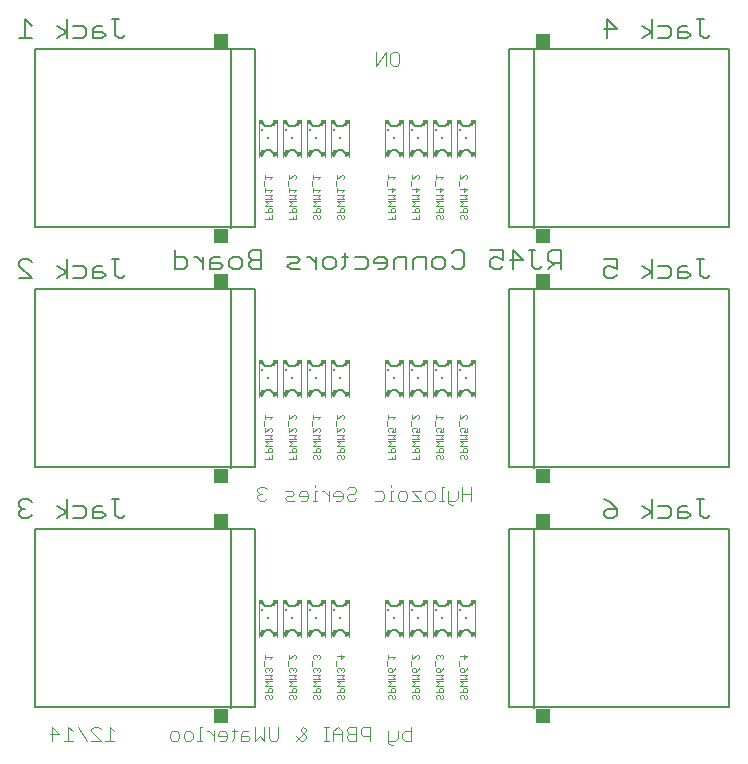
<source format=gbo>
G75*
%MOIN*%
%OFA0B0*%
%FSLAX24Y24*%
%IPPOS*%
%LPD*%
%AMOC8*
5,1,8,0,0,1.08239X$1,22.5*
%
%ADD10C,0.0060*%
%ADD11C,0.0040*%
%ADD12C,0.0020*%
%ADD13C,0.0080*%
%ADD14R,0.0450X0.0502*%
%ADD15R,0.0450X0.0492*%
%ADD16C,0.0050*%
%ADD17C,0.0098*%
%ADD18R,0.0157X0.0177*%
%ADD19R,0.0128X0.0069*%
%ADD20R,0.0079X0.0079*%
D10*
X003454Y008113D02*
X003668Y008113D01*
X003775Y008220D01*
X003561Y008434D02*
X003454Y008434D01*
X003348Y008327D01*
X003348Y008220D01*
X003454Y008113D01*
X003454Y008434D02*
X003348Y008540D01*
X003348Y008647D01*
X003454Y008754D01*
X003668Y008754D01*
X003775Y008647D01*
X004636Y008540D02*
X004956Y008327D01*
X004636Y008113D01*
X004956Y008113D02*
X004956Y008754D01*
X005174Y008540D02*
X005494Y008540D01*
X005601Y008434D01*
X005601Y008220D01*
X005494Y008113D01*
X005174Y008113D01*
X005818Y008113D02*
X006139Y008113D01*
X006245Y008220D01*
X006139Y008327D01*
X005818Y008327D01*
X005818Y008434D02*
X005818Y008113D01*
X005818Y008434D02*
X005925Y008540D01*
X006139Y008540D01*
X006463Y008754D02*
X006676Y008754D01*
X006570Y008754D02*
X006570Y008220D01*
X006676Y008113D01*
X006783Y008113D01*
X006890Y008220D01*
X006783Y016113D02*
X006676Y016113D01*
X006570Y016220D01*
X006570Y016754D01*
X006676Y016754D02*
X006463Y016754D01*
X006139Y016540D02*
X005925Y016540D01*
X005818Y016434D01*
X005818Y016113D01*
X006139Y016113D01*
X006245Y016220D01*
X006139Y016327D01*
X005818Y016327D01*
X005601Y016434D02*
X005601Y016220D01*
X005494Y016113D01*
X005174Y016113D01*
X004956Y016113D02*
X004956Y016754D01*
X005174Y016540D02*
X005494Y016540D01*
X005601Y016434D01*
X004956Y016327D02*
X004636Y016540D01*
X004956Y016327D02*
X004636Y016113D01*
X003775Y016113D02*
X003348Y016540D01*
X003348Y016647D01*
X003454Y016754D01*
X003668Y016754D01*
X003775Y016647D01*
X003775Y016113D02*
X003348Y016113D01*
X006783Y016113D02*
X006890Y016220D01*
X008542Y016413D02*
X008862Y016413D01*
X008969Y016520D01*
X008969Y016734D01*
X008862Y016840D01*
X008542Y016840D01*
X008542Y017054D02*
X008542Y016413D01*
X009186Y016840D02*
X009292Y016840D01*
X009506Y016627D01*
X009506Y016840D02*
X009506Y016413D01*
X009723Y016413D02*
X009723Y016734D01*
X009830Y016840D01*
X010044Y016840D01*
X010044Y016627D02*
X009723Y016627D01*
X009723Y016413D02*
X010044Y016413D01*
X010150Y016520D01*
X010044Y016627D01*
X010368Y016520D02*
X010368Y016734D01*
X010475Y016840D01*
X010688Y016840D01*
X010795Y016734D01*
X010795Y016520D01*
X010688Y016413D01*
X010475Y016413D01*
X010368Y016520D01*
X011012Y016520D02*
X011119Y016413D01*
X011439Y016413D01*
X011439Y017054D01*
X011119Y017054D01*
X011012Y016947D01*
X011012Y016840D01*
X011119Y016734D01*
X011439Y016734D01*
X011119Y016734D02*
X011012Y016627D01*
X011012Y016520D01*
X012302Y016520D02*
X012408Y016627D01*
X012622Y016627D01*
X012729Y016734D01*
X012622Y016840D01*
X012302Y016840D01*
X012302Y016520D02*
X012408Y016413D01*
X012729Y016413D01*
X012945Y016840D02*
X013052Y016840D01*
X013266Y016627D01*
X013266Y016840D02*
X013266Y016413D01*
X013483Y016520D02*
X013483Y016734D01*
X013590Y016840D01*
X013803Y016840D01*
X013910Y016734D01*
X013910Y016520D01*
X013803Y016413D01*
X013590Y016413D01*
X013483Y016520D01*
X014126Y016413D02*
X014233Y016520D01*
X014233Y016947D01*
X014340Y016840D02*
X014126Y016840D01*
X014557Y016840D02*
X014878Y016840D01*
X014985Y016734D01*
X014985Y016520D01*
X014878Y016413D01*
X014557Y016413D01*
X015202Y016627D02*
X015629Y016627D01*
X015629Y016734D02*
X015522Y016840D01*
X015309Y016840D01*
X015202Y016734D01*
X015202Y016627D01*
X015309Y016413D02*
X015522Y016413D01*
X015629Y016520D01*
X015629Y016734D01*
X015847Y016734D02*
X015847Y016413D01*
X015847Y016734D02*
X015953Y016840D01*
X016274Y016840D01*
X016274Y016413D01*
X016491Y016413D02*
X016491Y016734D01*
X016598Y016840D01*
X016918Y016840D01*
X016918Y016413D01*
X017136Y016520D02*
X017136Y016734D01*
X017242Y016840D01*
X017456Y016840D01*
X017563Y016734D01*
X017563Y016520D01*
X017456Y016413D01*
X017242Y016413D01*
X017136Y016520D01*
X017780Y016520D02*
X017887Y016413D01*
X018100Y016413D01*
X018207Y016520D01*
X018207Y016947D01*
X018100Y017054D01*
X017887Y017054D01*
X017780Y016947D01*
X019069Y017054D02*
X019496Y017054D01*
X019496Y016734D01*
X019283Y016840D01*
X019176Y016840D01*
X019069Y016734D01*
X019069Y016520D01*
X019176Y016413D01*
X019390Y016413D01*
X019496Y016520D01*
X019714Y016734D02*
X020141Y016734D01*
X019821Y017054D01*
X019821Y016413D01*
X020465Y016520D02*
X020465Y017054D01*
X020572Y017054D02*
X020358Y017054D01*
X020465Y016520D02*
X020572Y016413D01*
X020679Y016413D01*
X020785Y016520D01*
X021003Y016413D02*
X021216Y016627D01*
X021110Y016627D02*
X021430Y016627D01*
X021430Y016413D02*
X021430Y017054D01*
X021110Y017054D01*
X021003Y016947D01*
X021003Y016734D01*
X021110Y016627D01*
X022848Y016754D02*
X023275Y016754D01*
X023275Y016434D01*
X023061Y016540D01*
X022954Y016540D01*
X022848Y016434D01*
X022848Y016220D01*
X022954Y016113D01*
X023168Y016113D01*
X023275Y016220D01*
X024136Y016113D02*
X024456Y016327D01*
X024136Y016540D01*
X024456Y016754D02*
X024456Y016113D01*
X024674Y016113D02*
X024994Y016113D01*
X025101Y016220D01*
X025101Y016434D01*
X024994Y016540D01*
X024674Y016540D01*
X025318Y016434D02*
X025318Y016113D01*
X025639Y016113D01*
X025745Y016220D01*
X025639Y016327D01*
X025318Y016327D01*
X025318Y016434D02*
X025425Y016540D01*
X025639Y016540D01*
X025963Y016754D02*
X026176Y016754D01*
X026070Y016754D02*
X026070Y016220D01*
X026176Y016113D01*
X026283Y016113D01*
X026390Y016220D01*
X026176Y008754D02*
X025963Y008754D01*
X026070Y008754D02*
X026070Y008220D01*
X026176Y008113D01*
X026283Y008113D01*
X026390Y008220D01*
X025745Y008220D02*
X025639Y008327D01*
X025318Y008327D01*
X025318Y008434D02*
X025318Y008113D01*
X025639Y008113D01*
X025745Y008220D01*
X025639Y008540D02*
X025425Y008540D01*
X025318Y008434D01*
X025101Y008434D02*
X025101Y008220D01*
X024994Y008113D01*
X024674Y008113D01*
X024456Y008113D02*
X024456Y008754D01*
X024674Y008540D02*
X024994Y008540D01*
X025101Y008434D01*
X024456Y008327D02*
X024136Y008540D01*
X024456Y008327D02*
X024136Y008113D01*
X023275Y008220D02*
X023168Y008113D01*
X022954Y008113D01*
X022848Y008220D01*
X022848Y008327D01*
X022954Y008434D01*
X023275Y008434D01*
X023275Y008220D01*
X023275Y008434D02*
X023061Y008647D01*
X022848Y008754D01*
X022954Y024113D02*
X022954Y024754D01*
X023275Y024434D01*
X022848Y024434D01*
X024136Y024540D02*
X024456Y024327D01*
X024136Y024113D01*
X024456Y024113D02*
X024456Y024754D01*
X024674Y024540D02*
X024994Y024540D01*
X025101Y024434D01*
X025101Y024220D01*
X024994Y024113D01*
X024674Y024113D01*
X025318Y024113D02*
X025318Y024434D01*
X025425Y024540D01*
X025639Y024540D01*
X025639Y024327D02*
X025318Y024327D01*
X025318Y024113D02*
X025639Y024113D01*
X025745Y024220D01*
X025639Y024327D01*
X026070Y024220D02*
X026070Y024754D01*
X026176Y024754D02*
X025963Y024754D01*
X026070Y024220D02*
X026176Y024113D01*
X026283Y024113D01*
X026390Y024220D01*
X006890Y024220D02*
X006783Y024113D01*
X006676Y024113D01*
X006570Y024220D01*
X006570Y024754D01*
X006676Y024754D02*
X006463Y024754D01*
X006139Y024540D02*
X005925Y024540D01*
X005818Y024434D01*
X005818Y024113D01*
X006139Y024113D01*
X006245Y024220D01*
X006139Y024327D01*
X005818Y024327D01*
X005601Y024434D02*
X005601Y024220D01*
X005494Y024113D01*
X005174Y024113D01*
X004956Y024113D02*
X004956Y024754D01*
X005174Y024540D02*
X005494Y024540D01*
X005601Y024434D01*
X004956Y024327D02*
X004636Y024540D01*
X004956Y024327D02*
X004636Y024113D01*
X003775Y024113D02*
X003348Y024113D01*
X003561Y024113D02*
X003561Y024754D01*
X003775Y024540D01*
D11*
X011365Y021394D02*
X011365Y020173D01*
X011955Y020173D02*
X011955Y021394D01*
X012165Y021394D02*
X012165Y020173D01*
X012755Y020173D02*
X012755Y021394D01*
X012965Y021394D02*
X012965Y020173D01*
X013555Y020173D02*
X013555Y021394D01*
X013765Y021394D02*
X013765Y020173D01*
X014355Y020173D02*
X014355Y021394D01*
X015565Y021394D02*
X015565Y020173D01*
X016155Y020173D02*
X016155Y021394D01*
X016365Y021394D02*
X016365Y020173D01*
X016955Y020173D02*
X016955Y021394D01*
X017165Y021394D02*
X017165Y020173D01*
X017755Y020173D02*
X017755Y021394D01*
X017965Y021394D02*
X017965Y020173D01*
X018555Y020173D02*
X018555Y021394D01*
X016040Y023280D02*
X015963Y023203D01*
X015810Y023203D01*
X015733Y023280D01*
X015733Y023587D01*
X015810Y023664D01*
X015963Y023664D01*
X016040Y023587D01*
X016040Y023280D01*
X015580Y023203D02*
X015580Y023664D01*
X015273Y023203D01*
X015273Y023664D01*
X015565Y013394D02*
X015565Y012173D01*
X016155Y012173D02*
X016155Y013394D01*
X016365Y013394D02*
X016365Y012173D01*
X016955Y012173D02*
X016955Y013394D01*
X017165Y013394D02*
X017165Y012173D01*
X017755Y012173D02*
X017755Y013394D01*
X017965Y013394D02*
X017965Y012173D01*
X018555Y012173D02*
X018555Y013394D01*
X014355Y013394D02*
X014355Y012173D01*
X013765Y012173D02*
X013765Y013394D01*
X013555Y013394D02*
X013555Y012173D01*
X012965Y012173D02*
X012965Y013394D01*
X012755Y013394D02*
X012755Y012173D01*
X012165Y012173D02*
X012165Y013394D01*
X011955Y013394D02*
X011955Y012173D01*
X011365Y012173D02*
X011365Y013394D01*
X011381Y009164D02*
X011304Y009087D01*
X011304Y009010D01*
X011381Y008934D01*
X011304Y008857D01*
X011304Y008780D01*
X011381Y008703D01*
X011534Y008703D01*
X011611Y008780D01*
X011457Y008934D02*
X011381Y008934D01*
X011381Y009164D02*
X011534Y009164D01*
X011611Y009087D01*
X012225Y009010D02*
X012455Y009010D01*
X012532Y008934D01*
X012455Y008857D01*
X012301Y008857D01*
X012225Y008780D01*
X012301Y008703D01*
X012532Y008703D01*
X012685Y008857D02*
X012992Y008857D01*
X012992Y008934D02*
X012915Y009010D01*
X012762Y009010D01*
X012685Y008934D01*
X012685Y008857D01*
X012762Y008703D02*
X012915Y008703D01*
X012992Y008780D01*
X012992Y008934D01*
X013222Y009010D02*
X013222Y008703D01*
X013299Y008703D02*
X013145Y008703D01*
X013222Y009010D02*
X013299Y009010D01*
X013452Y009010D02*
X013529Y009010D01*
X013683Y008857D01*
X013836Y008857D02*
X014143Y008857D01*
X014143Y008934D02*
X014066Y009010D01*
X013913Y009010D01*
X013836Y008934D01*
X013836Y008857D01*
X013913Y008703D02*
X014066Y008703D01*
X014143Y008780D01*
X014143Y008934D01*
X014296Y008857D02*
X014296Y008780D01*
X014373Y008703D01*
X014527Y008703D01*
X014603Y008780D01*
X014527Y008934D02*
X014373Y008934D01*
X014296Y008857D01*
X014296Y009087D02*
X014373Y009164D01*
X014527Y009164D01*
X014603Y009087D01*
X014603Y009010D01*
X014527Y008934D01*
X013683Y009010D02*
X013683Y008703D01*
X013222Y009164D02*
X013222Y009240D01*
X015217Y009010D02*
X015447Y009010D01*
X015524Y008934D01*
X015524Y008780D01*
X015447Y008703D01*
X015217Y008703D01*
X015678Y008703D02*
X015831Y008703D01*
X015754Y008703D02*
X015754Y009010D01*
X015831Y009010D01*
X015985Y008934D02*
X016061Y009010D01*
X016215Y009010D01*
X016292Y008934D01*
X016292Y008780D01*
X016215Y008703D01*
X016061Y008703D01*
X015985Y008780D01*
X015985Y008934D01*
X015754Y009164D02*
X015754Y009240D01*
X016445Y009010D02*
X016752Y008703D01*
X016445Y008703D01*
X016445Y009010D02*
X016752Y009010D01*
X016905Y008934D02*
X016982Y009010D01*
X017136Y009010D01*
X017212Y008934D01*
X017212Y008780D01*
X017136Y008703D01*
X016982Y008703D01*
X016905Y008780D01*
X016905Y008934D01*
X017366Y008703D02*
X017519Y008703D01*
X017442Y008703D02*
X017442Y009164D01*
X017519Y009164D01*
X017673Y009010D02*
X017673Y008627D01*
X017749Y008550D01*
X017826Y008550D01*
X017903Y008703D02*
X017673Y008703D01*
X017903Y008703D02*
X017980Y008780D01*
X017980Y009010D01*
X018133Y008934D02*
X018440Y008934D01*
X018440Y009164D02*
X018440Y008703D01*
X018133Y008703D02*
X018133Y009164D01*
X017965Y005394D02*
X017965Y004173D01*
X017755Y004173D02*
X017755Y005394D01*
X017165Y005394D02*
X017165Y004173D01*
X016955Y004173D02*
X016955Y005394D01*
X016365Y005394D02*
X016365Y004173D01*
X016155Y004173D02*
X016155Y005394D01*
X015565Y005394D02*
X015565Y004173D01*
X014355Y004173D02*
X014355Y005394D01*
X013765Y005394D02*
X013765Y004173D01*
X013555Y004173D02*
X013555Y005394D01*
X012965Y005394D02*
X012965Y004173D01*
X012755Y004173D02*
X012755Y005394D01*
X012165Y005394D02*
X012165Y004173D01*
X011955Y004173D02*
X011955Y005394D01*
X011365Y005394D02*
X011365Y004173D01*
X011222Y001164D02*
X011222Y000703D01*
X011376Y000857D01*
X011529Y000703D01*
X011529Y001164D01*
X011683Y001164D02*
X011683Y000780D01*
X011759Y000703D01*
X011913Y000703D01*
X011990Y000780D01*
X011990Y001164D01*
X012603Y000857D02*
X012757Y000703D01*
X012834Y000703D01*
X012910Y000780D01*
X012910Y000857D01*
X012757Y001010D01*
X012757Y001087D01*
X012834Y001164D01*
X012910Y001087D01*
X012910Y001010D01*
X012603Y000703D01*
X013524Y000703D02*
X013678Y000703D01*
X013601Y000703D02*
X013601Y001164D01*
X013678Y001164D02*
X013524Y001164D01*
X013831Y001010D02*
X013831Y000703D01*
X013831Y000934D02*
X014138Y000934D01*
X014138Y001010D02*
X013985Y001164D01*
X013831Y001010D01*
X014138Y001010D02*
X014138Y000703D01*
X014292Y000780D02*
X014368Y000703D01*
X014598Y000703D01*
X014598Y001164D01*
X014368Y001164D01*
X014292Y001087D01*
X014292Y001010D01*
X014368Y000934D01*
X014598Y000934D01*
X014752Y000934D02*
X014829Y000857D01*
X015059Y000857D01*
X015059Y000703D02*
X015059Y001164D01*
X014829Y001164D01*
X014752Y001087D01*
X014752Y000934D01*
X014368Y000934D02*
X014292Y000857D01*
X014292Y000780D01*
X015673Y000703D02*
X015903Y000703D01*
X015980Y000780D01*
X015980Y001010D01*
X016133Y000934D02*
X016210Y001010D01*
X016440Y001010D01*
X016440Y001164D02*
X016440Y000703D01*
X016210Y000703D01*
X016133Y000780D01*
X016133Y000934D01*
X015826Y000550D02*
X015749Y000550D01*
X015673Y000627D01*
X015673Y001010D01*
X018555Y004173D02*
X018555Y005394D01*
X010992Y001010D02*
X010839Y001010D01*
X010762Y000934D01*
X010762Y000703D01*
X010992Y000703D01*
X011069Y000780D01*
X010992Y000857D01*
X010762Y000857D01*
X010608Y001010D02*
X010455Y001010D01*
X010532Y001087D02*
X010532Y000780D01*
X010455Y000703D01*
X010301Y000780D02*
X010301Y000934D01*
X010225Y001010D01*
X010071Y001010D01*
X009995Y000934D01*
X009995Y000857D01*
X010301Y000857D01*
X010301Y000780D02*
X010225Y000703D01*
X010071Y000703D01*
X009841Y000703D02*
X009841Y001010D01*
X009841Y000857D02*
X009688Y001010D01*
X009611Y001010D01*
X009457Y001164D02*
X009381Y001164D01*
X009381Y000703D01*
X009457Y000703D02*
X009304Y000703D01*
X009150Y000780D02*
X009074Y000703D01*
X008920Y000703D01*
X008844Y000780D01*
X008844Y000934D01*
X008920Y001010D01*
X009074Y001010D01*
X009150Y000934D01*
X009150Y000780D01*
X008690Y000780D02*
X008613Y000703D01*
X008460Y000703D01*
X008383Y000780D01*
X008383Y000934D01*
X008460Y001010D01*
X008613Y001010D01*
X008690Y000934D01*
X008690Y000780D01*
X006540Y000703D02*
X006233Y000703D01*
X006080Y000703D02*
X005773Y001010D01*
X005773Y001087D01*
X005849Y001164D01*
X006003Y001164D01*
X006080Y001087D01*
X006387Y001164D02*
X006540Y001010D01*
X006387Y001164D02*
X006387Y000703D01*
X006080Y000703D02*
X005773Y000703D01*
X005619Y000703D02*
X005312Y001164D01*
X005159Y001010D02*
X005005Y001164D01*
X005005Y000703D01*
X004852Y000703D02*
X005159Y000703D01*
X004698Y000934D02*
X004392Y000934D01*
X004468Y001164D02*
X004468Y000703D01*
X004698Y000934D02*
X004468Y001164D01*
D12*
X011570Y002130D02*
X011607Y002093D01*
X011570Y002130D02*
X011570Y002203D01*
X011607Y002240D01*
X011643Y002240D01*
X011680Y002203D01*
X011680Y002130D01*
X011717Y002093D01*
X011753Y002093D01*
X011790Y002130D01*
X011790Y002203D01*
X011753Y002240D01*
X011790Y002314D02*
X011790Y002424D01*
X011753Y002461D01*
X011680Y002461D01*
X011643Y002424D01*
X011643Y002314D01*
X011570Y002314D02*
X011790Y002314D01*
X011790Y002535D02*
X011570Y002535D01*
X011643Y002609D01*
X011570Y002682D01*
X011790Y002682D01*
X011790Y002756D02*
X011717Y002830D01*
X011790Y002903D01*
X011570Y002903D01*
X011607Y002977D02*
X011570Y003014D01*
X011570Y003087D01*
X011607Y003124D01*
X011643Y003124D01*
X011680Y003087D01*
X011680Y003051D01*
X011680Y003087D02*
X011717Y003124D01*
X011753Y003124D01*
X011790Y003087D01*
X011790Y003014D01*
X011753Y002977D01*
X011790Y002756D02*
X011570Y002756D01*
X011533Y003198D02*
X011533Y003345D01*
X011570Y003419D02*
X011570Y003566D01*
X011570Y003493D02*
X011790Y003493D01*
X011717Y003419D01*
X012333Y003345D02*
X012333Y003198D01*
X012407Y003124D02*
X012370Y003087D01*
X012370Y003014D01*
X012407Y002977D01*
X012370Y002903D02*
X012590Y002903D01*
X012517Y002830D01*
X012590Y002756D01*
X012370Y002756D01*
X012370Y002682D02*
X012590Y002682D01*
X012590Y002535D02*
X012370Y002535D01*
X012443Y002609D01*
X012370Y002682D01*
X012480Y002461D02*
X012443Y002424D01*
X012443Y002314D01*
X012370Y002314D02*
X012590Y002314D01*
X012590Y002424D01*
X012553Y002461D01*
X012480Y002461D01*
X012443Y002240D02*
X012407Y002240D01*
X012370Y002203D01*
X012370Y002130D01*
X012407Y002093D01*
X012480Y002130D02*
X012480Y002203D01*
X012443Y002240D01*
X012553Y002240D02*
X012590Y002203D01*
X012590Y002130D01*
X012553Y002093D01*
X012517Y002093D01*
X012480Y002130D01*
X013170Y002130D02*
X013207Y002093D01*
X013170Y002130D02*
X013170Y002203D01*
X013207Y002240D01*
X013243Y002240D01*
X013280Y002203D01*
X013280Y002130D01*
X013317Y002093D01*
X013353Y002093D01*
X013390Y002130D01*
X013390Y002203D01*
X013353Y002240D01*
X013390Y002314D02*
X013390Y002424D01*
X013353Y002461D01*
X013280Y002461D01*
X013243Y002424D01*
X013243Y002314D01*
X013170Y002314D02*
X013390Y002314D01*
X013390Y002535D02*
X013170Y002535D01*
X013243Y002609D01*
X013170Y002682D01*
X013390Y002682D01*
X013390Y002756D02*
X013317Y002830D01*
X013390Y002903D01*
X013170Y002903D01*
X013207Y002977D02*
X013170Y003014D01*
X013170Y003087D01*
X013207Y003124D01*
X013243Y003124D01*
X013280Y003087D01*
X013280Y003051D01*
X013280Y003087D02*
X013317Y003124D01*
X013353Y003124D01*
X013390Y003087D01*
X013390Y003014D01*
X013353Y002977D01*
X013390Y002756D02*
X013170Y002756D01*
X013133Y003198D02*
X013133Y003345D01*
X013207Y003419D02*
X013170Y003456D01*
X013170Y003529D01*
X013207Y003566D01*
X013243Y003566D01*
X013280Y003529D01*
X013280Y003493D01*
X013280Y003529D02*
X013317Y003566D01*
X013353Y003566D01*
X013390Y003529D01*
X013390Y003456D01*
X013353Y003419D01*
X013933Y003345D02*
X013933Y003198D01*
X014007Y003124D02*
X013970Y003087D01*
X013970Y003014D01*
X014007Y002977D01*
X013970Y002903D02*
X014190Y002903D01*
X014117Y002830D01*
X014190Y002756D01*
X013970Y002756D01*
X013970Y002682D02*
X014190Y002682D01*
X014190Y002535D02*
X013970Y002535D01*
X014043Y002609D01*
X013970Y002682D01*
X014080Y002461D02*
X014043Y002424D01*
X014043Y002314D01*
X013970Y002314D02*
X014190Y002314D01*
X014190Y002424D01*
X014153Y002461D01*
X014080Y002461D01*
X014043Y002240D02*
X014007Y002240D01*
X013970Y002203D01*
X013970Y002130D01*
X014007Y002093D01*
X014080Y002130D02*
X014080Y002203D01*
X014043Y002240D01*
X014153Y002240D02*
X014190Y002203D01*
X014190Y002130D01*
X014153Y002093D01*
X014117Y002093D01*
X014080Y002130D01*
X014153Y002977D02*
X014190Y003014D01*
X014190Y003087D01*
X014153Y003124D01*
X014117Y003124D01*
X014080Y003087D01*
X014043Y003124D01*
X014007Y003124D01*
X014080Y003087D02*
X014080Y003051D01*
X014080Y003419D02*
X014080Y003566D01*
X013970Y003529D02*
X014190Y003529D01*
X014080Y003419D01*
X012590Y003456D02*
X012553Y003419D01*
X012590Y003456D02*
X012590Y003529D01*
X012553Y003566D01*
X012517Y003566D01*
X012370Y003419D01*
X012370Y003566D01*
X012407Y003124D02*
X012443Y003124D01*
X012480Y003087D01*
X012480Y003051D01*
X012480Y003087D02*
X012517Y003124D01*
X012553Y003124D01*
X012590Y003087D01*
X012590Y003014D01*
X012553Y002977D01*
X015633Y003198D02*
X015633Y003345D01*
X015670Y003419D02*
X015670Y003566D01*
X015670Y003493D02*
X015890Y003493D01*
X015817Y003419D01*
X015890Y003124D02*
X015853Y003051D01*
X015780Y002977D01*
X015780Y003087D01*
X015743Y003124D01*
X015707Y003124D01*
X015670Y003087D01*
X015670Y003014D01*
X015707Y002977D01*
X015780Y002977D01*
X015890Y002903D02*
X015670Y002903D01*
X015670Y002756D02*
X015890Y002756D01*
X015817Y002830D01*
X015890Y002903D01*
X015890Y002682D02*
X015670Y002682D01*
X015743Y002609D01*
X015670Y002535D01*
X015890Y002535D01*
X015853Y002461D02*
X015780Y002461D01*
X015743Y002424D01*
X015743Y002314D01*
X015670Y002314D02*
X015890Y002314D01*
X015890Y002424D01*
X015853Y002461D01*
X015853Y002240D02*
X015890Y002203D01*
X015890Y002130D01*
X015853Y002093D01*
X015817Y002093D01*
X015780Y002130D01*
X015780Y002203D01*
X015743Y002240D01*
X015707Y002240D01*
X015670Y002203D01*
X015670Y002130D01*
X015707Y002093D01*
X016470Y002130D02*
X016507Y002093D01*
X016470Y002130D02*
X016470Y002203D01*
X016507Y002240D01*
X016543Y002240D01*
X016580Y002203D01*
X016580Y002130D01*
X016617Y002093D01*
X016653Y002093D01*
X016690Y002130D01*
X016690Y002203D01*
X016653Y002240D01*
X016690Y002314D02*
X016470Y002314D01*
X016543Y002314D02*
X016543Y002424D01*
X016580Y002461D01*
X016653Y002461D01*
X016690Y002424D01*
X016690Y002314D01*
X016690Y002535D02*
X016470Y002535D01*
X016543Y002609D01*
X016470Y002682D01*
X016690Y002682D01*
X016690Y002756D02*
X016617Y002830D01*
X016690Y002903D01*
X016470Y002903D01*
X016507Y002977D02*
X016470Y003014D01*
X016470Y003087D01*
X016507Y003124D01*
X016543Y003124D01*
X016580Y003087D01*
X016580Y002977D01*
X016507Y002977D01*
X016580Y002977D02*
X016653Y003051D01*
X016690Y003124D01*
X016433Y003198D02*
X016433Y003345D01*
X016470Y003419D02*
X016617Y003566D01*
X016653Y003566D01*
X016690Y003529D01*
X016690Y003456D01*
X016653Y003419D01*
X016470Y003419D02*
X016470Y003566D01*
X017233Y003345D02*
X017233Y003198D01*
X017307Y003124D02*
X017270Y003087D01*
X017270Y003014D01*
X017307Y002977D01*
X017380Y002977D01*
X017380Y003087D01*
X017343Y003124D01*
X017307Y003124D01*
X017453Y003051D02*
X017490Y003124D01*
X017453Y003051D02*
X017380Y002977D01*
X017490Y002903D02*
X017270Y002903D01*
X017270Y002756D02*
X017490Y002756D01*
X017417Y002830D01*
X017490Y002903D01*
X017490Y002682D02*
X017270Y002682D01*
X017343Y002609D01*
X017270Y002535D01*
X017490Y002535D01*
X017453Y002461D02*
X017380Y002461D01*
X017343Y002424D01*
X017343Y002314D01*
X017270Y002314D02*
X017490Y002314D01*
X017490Y002424D01*
X017453Y002461D01*
X017453Y002240D02*
X017490Y002203D01*
X017490Y002130D01*
X017453Y002093D01*
X017417Y002093D01*
X017380Y002130D01*
X017380Y002203D01*
X017343Y002240D01*
X017307Y002240D01*
X017270Y002203D01*
X017270Y002130D01*
X017307Y002093D01*
X018070Y002130D02*
X018107Y002093D01*
X018070Y002130D02*
X018070Y002203D01*
X018107Y002240D01*
X018143Y002240D01*
X018180Y002203D01*
X018180Y002130D01*
X018217Y002093D01*
X018253Y002093D01*
X018290Y002130D01*
X018290Y002203D01*
X018253Y002240D01*
X018290Y002314D02*
X018290Y002424D01*
X018253Y002461D01*
X018180Y002461D01*
X018143Y002424D01*
X018143Y002314D01*
X018070Y002314D02*
X018290Y002314D01*
X018290Y002535D02*
X018070Y002535D01*
X018143Y002609D01*
X018070Y002682D01*
X018290Y002682D01*
X018290Y002756D02*
X018217Y002830D01*
X018290Y002903D01*
X018070Y002903D01*
X018107Y002977D02*
X018070Y003014D01*
X018070Y003087D01*
X018107Y003124D01*
X018143Y003124D01*
X018180Y003087D01*
X018180Y002977D01*
X018107Y002977D01*
X018180Y002977D02*
X018253Y003051D01*
X018290Y003124D01*
X018033Y003198D02*
X018033Y003345D01*
X018180Y003419D02*
X018180Y003566D01*
X018070Y003529D02*
X018290Y003529D01*
X018180Y003419D01*
X017490Y003456D02*
X017490Y003529D01*
X017453Y003566D01*
X017417Y003566D01*
X017380Y003529D01*
X017343Y003566D01*
X017307Y003566D01*
X017270Y003529D01*
X017270Y003456D01*
X017307Y003419D01*
X017380Y003493D02*
X017380Y003529D01*
X017453Y003419D02*
X017490Y003456D01*
X018070Y002756D02*
X018290Y002756D01*
X016690Y002756D02*
X016470Y002756D01*
X016470Y010093D02*
X016690Y010093D01*
X016690Y010240D01*
X016690Y010314D02*
X016690Y010424D01*
X016653Y010461D01*
X016580Y010461D01*
X016543Y010424D01*
X016543Y010314D01*
X016470Y010314D02*
X016690Y010314D01*
X016580Y010167D02*
X016580Y010093D01*
X016470Y010535D02*
X016543Y010609D01*
X016470Y010682D01*
X016690Y010682D01*
X016690Y010756D02*
X016617Y010830D01*
X016690Y010903D01*
X016470Y010903D01*
X016507Y010977D02*
X016470Y011014D01*
X016470Y011087D01*
X016507Y011124D01*
X016580Y011124D01*
X016617Y011087D01*
X016617Y011051D01*
X016580Y010977D01*
X016690Y010977D01*
X016690Y011124D01*
X016433Y011198D02*
X016433Y011345D01*
X016470Y011419D02*
X016617Y011566D01*
X016653Y011566D01*
X016690Y011529D01*
X016690Y011456D01*
X016653Y011419D01*
X016470Y011419D02*
X016470Y011566D01*
X015890Y011493D02*
X015670Y011493D01*
X015670Y011566D02*
X015670Y011419D01*
X015633Y011345D02*
X015633Y011198D01*
X015707Y011124D02*
X015670Y011087D01*
X015670Y011014D01*
X015707Y010977D01*
X015780Y010977D02*
X015817Y011051D01*
X015817Y011087D01*
X015780Y011124D01*
X015707Y011124D01*
X015780Y010977D02*
X015890Y010977D01*
X015890Y011124D01*
X015890Y010903D02*
X015670Y010903D01*
X015670Y010756D02*
X015890Y010756D01*
X015817Y010830D01*
X015890Y010903D01*
X015890Y010682D02*
X015670Y010682D01*
X015743Y010609D01*
X015670Y010535D01*
X015890Y010535D01*
X015853Y010461D02*
X015780Y010461D01*
X015743Y010424D01*
X015743Y010314D01*
X015670Y010314D02*
X015890Y010314D01*
X015890Y010424D01*
X015853Y010461D01*
X015890Y010240D02*
X015890Y010093D01*
X015670Y010093D01*
X015780Y010093D02*
X015780Y010167D01*
X016470Y010535D02*
X016690Y010535D01*
X016690Y010756D02*
X016470Y010756D01*
X017270Y010756D02*
X017490Y010756D01*
X017417Y010830D01*
X017490Y010903D01*
X017270Y010903D01*
X017307Y010977D02*
X017270Y011014D01*
X017270Y011087D01*
X017307Y011124D01*
X017380Y011124D01*
X017417Y011087D01*
X017417Y011051D01*
X017380Y010977D01*
X017490Y010977D01*
X017490Y011124D01*
X017233Y011198D02*
X017233Y011345D01*
X017270Y011419D02*
X017270Y011566D01*
X017270Y011493D02*
X017490Y011493D01*
X017417Y011419D01*
X018033Y011345D02*
X018033Y011198D01*
X018107Y011124D02*
X018070Y011087D01*
X018070Y011014D01*
X018107Y010977D01*
X018180Y010977D02*
X018217Y011051D01*
X018217Y011087D01*
X018180Y011124D01*
X018107Y011124D01*
X018180Y010977D02*
X018290Y010977D01*
X018290Y011124D01*
X018290Y010903D02*
X018070Y010903D01*
X018070Y010756D02*
X018290Y010756D01*
X018217Y010830D01*
X018290Y010903D01*
X018290Y010682D02*
X018070Y010682D01*
X018143Y010609D01*
X018070Y010535D01*
X018290Y010535D01*
X018253Y010461D02*
X018180Y010461D01*
X018143Y010424D01*
X018143Y010314D01*
X018070Y010314D02*
X018290Y010314D01*
X018290Y010424D01*
X018253Y010461D01*
X018253Y010240D02*
X018290Y010203D01*
X018290Y010130D01*
X018253Y010093D01*
X018217Y010093D01*
X018180Y010130D01*
X018180Y010203D01*
X018143Y010240D01*
X018107Y010240D01*
X018070Y010203D01*
X018070Y010130D01*
X018107Y010093D01*
X017490Y010130D02*
X017453Y010093D01*
X017417Y010093D01*
X017380Y010130D01*
X017380Y010203D01*
X017343Y010240D01*
X017307Y010240D01*
X017270Y010203D01*
X017270Y010130D01*
X017307Y010093D01*
X017490Y010130D02*
X017490Y010203D01*
X017453Y010240D01*
X017490Y010314D02*
X017490Y010424D01*
X017453Y010461D01*
X017380Y010461D01*
X017343Y010424D01*
X017343Y010314D01*
X017270Y010314D02*
X017490Y010314D01*
X017490Y010535D02*
X017270Y010535D01*
X017343Y010609D01*
X017270Y010682D01*
X017490Y010682D01*
X018070Y011419D02*
X018217Y011566D01*
X018253Y011566D01*
X018290Y011529D01*
X018290Y011456D01*
X018253Y011419D01*
X018070Y011419D02*
X018070Y011566D01*
X015890Y011493D02*
X015817Y011419D01*
X014190Y011456D02*
X014153Y011419D01*
X014190Y011456D02*
X014190Y011529D01*
X014153Y011566D01*
X014117Y011566D01*
X013970Y011419D01*
X013970Y011566D01*
X013933Y011345D02*
X013933Y011198D01*
X013970Y011124D02*
X013970Y010977D01*
X014117Y011124D01*
X014153Y011124D01*
X014190Y011087D01*
X014190Y011014D01*
X014153Y010977D01*
X014190Y010903D02*
X013970Y010903D01*
X013970Y010756D02*
X014190Y010756D01*
X014117Y010830D01*
X014190Y010903D01*
X014190Y010682D02*
X013970Y010682D01*
X014043Y010609D01*
X013970Y010535D01*
X014190Y010535D01*
X014153Y010461D02*
X014080Y010461D01*
X014043Y010424D01*
X014043Y010314D01*
X013970Y010314D02*
X014190Y010314D01*
X014190Y010424D01*
X014153Y010461D01*
X014153Y010240D02*
X014190Y010203D01*
X014190Y010130D01*
X014153Y010093D01*
X014117Y010093D01*
X014080Y010130D01*
X014080Y010203D01*
X014043Y010240D01*
X014007Y010240D01*
X013970Y010203D01*
X013970Y010130D01*
X014007Y010093D01*
X013390Y010130D02*
X013353Y010093D01*
X013317Y010093D01*
X013280Y010130D01*
X013280Y010203D01*
X013243Y010240D01*
X013207Y010240D01*
X013170Y010203D01*
X013170Y010130D01*
X013207Y010093D01*
X013390Y010130D02*
X013390Y010203D01*
X013353Y010240D01*
X013390Y010314D02*
X013390Y010424D01*
X013353Y010461D01*
X013280Y010461D01*
X013243Y010424D01*
X013243Y010314D01*
X013170Y010314D02*
X013390Y010314D01*
X013390Y010535D02*
X013170Y010535D01*
X013243Y010609D01*
X013170Y010682D01*
X013390Y010682D01*
X013390Y010756D02*
X013317Y010830D01*
X013390Y010903D01*
X013170Y010903D01*
X013170Y010977D02*
X013317Y011124D01*
X013353Y011124D01*
X013390Y011087D01*
X013390Y011014D01*
X013353Y010977D01*
X013170Y010977D02*
X013170Y011124D01*
X013133Y011198D02*
X013133Y011345D01*
X013170Y011419D02*
X013170Y011566D01*
X013170Y011493D02*
X013390Y011493D01*
X013317Y011419D01*
X012590Y011456D02*
X012553Y011419D01*
X012590Y011456D02*
X012590Y011529D01*
X012553Y011566D01*
X012517Y011566D01*
X012370Y011419D01*
X012370Y011566D01*
X012333Y011345D02*
X012333Y011198D01*
X012370Y011124D02*
X012370Y010977D01*
X012517Y011124D01*
X012553Y011124D01*
X012590Y011087D01*
X012590Y011014D01*
X012553Y010977D01*
X012590Y010903D02*
X012370Y010903D01*
X012370Y010756D02*
X012590Y010756D01*
X012517Y010830D01*
X012590Y010903D01*
X012590Y010682D02*
X012370Y010682D01*
X012443Y010609D01*
X012370Y010535D01*
X012590Y010535D01*
X012553Y010461D02*
X012480Y010461D01*
X012443Y010424D01*
X012443Y010314D01*
X012370Y010314D02*
X012590Y010314D01*
X012590Y010424D01*
X012553Y010461D01*
X012590Y010240D02*
X012590Y010093D01*
X012370Y010093D01*
X012480Y010093D02*
X012480Y010167D01*
X013170Y010756D02*
X013390Y010756D01*
X011790Y010756D02*
X011717Y010830D01*
X011790Y010903D01*
X011570Y010903D01*
X011570Y010977D02*
X011717Y011124D01*
X011753Y011124D01*
X011790Y011087D01*
X011790Y011014D01*
X011753Y010977D01*
X011570Y010977D02*
X011570Y011124D01*
X011533Y011198D02*
X011533Y011345D01*
X011570Y011419D02*
X011570Y011566D01*
X011570Y011493D02*
X011790Y011493D01*
X011717Y011419D01*
X011790Y010756D02*
X011570Y010756D01*
X011570Y010682D02*
X011790Y010682D01*
X011790Y010535D02*
X011570Y010535D01*
X011643Y010609D01*
X011570Y010682D01*
X011680Y010461D02*
X011643Y010424D01*
X011643Y010314D01*
X011570Y010314D02*
X011790Y010314D01*
X011790Y010424D01*
X011753Y010461D01*
X011680Y010461D01*
X011790Y010240D02*
X011790Y010093D01*
X011570Y010093D01*
X011680Y010093D02*
X011680Y010167D01*
X011680Y018093D02*
X011680Y018167D01*
X011790Y018093D02*
X011790Y018240D01*
X011790Y018314D02*
X011790Y018424D01*
X011753Y018461D01*
X011680Y018461D01*
X011643Y018424D01*
X011643Y018314D01*
X011570Y018314D02*
X011790Y018314D01*
X011790Y018093D02*
X011570Y018093D01*
X011570Y018535D02*
X011643Y018609D01*
X011570Y018682D01*
X011790Y018682D01*
X011790Y018756D02*
X011717Y018830D01*
X011790Y018903D01*
X011570Y018903D01*
X011570Y018977D02*
X011570Y019124D01*
X011570Y019051D02*
X011790Y019051D01*
X011717Y018977D01*
X011790Y018756D02*
X011570Y018756D01*
X011570Y018535D02*
X011790Y018535D01*
X012370Y018535D02*
X012443Y018609D01*
X012370Y018682D01*
X012590Y018682D01*
X012590Y018756D02*
X012517Y018830D01*
X012590Y018903D01*
X012370Y018903D01*
X012370Y018977D02*
X012370Y019124D01*
X012370Y019051D02*
X012590Y019051D01*
X012517Y018977D01*
X012590Y018756D02*
X012370Y018756D01*
X012370Y018535D02*
X012590Y018535D01*
X012553Y018461D02*
X012480Y018461D01*
X012443Y018424D01*
X012443Y018314D01*
X012370Y018314D02*
X012590Y018314D01*
X012590Y018424D01*
X012553Y018461D01*
X012590Y018240D02*
X012590Y018093D01*
X012370Y018093D01*
X012480Y018093D02*
X012480Y018167D01*
X013170Y018203D02*
X013170Y018130D01*
X013207Y018093D01*
X013280Y018130D02*
X013280Y018203D01*
X013243Y018240D01*
X013207Y018240D01*
X013170Y018203D01*
X013170Y018314D02*
X013390Y018314D01*
X013390Y018424D01*
X013353Y018461D01*
X013280Y018461D01*
X013243Y018424D01*
X013243Y018314D01*
X013353Y018240D02*
X013390Y018203D01*
X013390Y018130D01*
X013353Y018093D01*
X013317Y018093D01*
X013280Y018130D01*
X013170Y018535D02*
X013243Y018609D01*
X013170Y018682D01*
X013390Y018682D01*
X013390Y018756D02*
X013317Y018830D01*
X013390Y018903D01*
X013170Y018903D01*
X013170Y018977D02*
X013170Y019124D01*
X013170Y019051D02*
X013390Y019051D01*
X013317Y018977D01*
X013390Y018756D02*
X013170Y018756D01*
X013170Y018535D02*
X013390Y018535D01*
X013970Y018535D02*
X014043Y018609D01*
X013970Y018682D01*
X014190Y018682D01*
X014190Y018756D02*
X014117Y018830D01*
X014190Y018903D01*
X013970Y018903D01*
X013970Y018977D02*
X013970Y019124D01*
X013970Y019051D02*
X014190Y019051D01*
X014117Y018977D01*
X014190Y018756D02*
X013970Y018756D01*
X013970Y018535D02*
X014190Y018535D01*
X014153Y018461D02*
X014080Y018461D01*
X014043Y018424D01*
X014043Y018314D01*
X013970Y018314D02*
X014190Y018314D01*
X014190Y018424D01*
X014153Y018461D01*
X014153Y018240D02*
X014190Y018203D01*
X014190Y018130D01*
X014153Y018093D01*
X014117Y018093D01*
X014080Y018130D01*
X014080Y018203D01*
X014043Y018240D01*
X014007Y018240D01*
X013970Y018203D01*
X013970Y018130D01*
X014007Y018093D01*
X013933Y019198D02*
X013933Y019345D01*
X013970Y019419D02*
X014117Y019566D01*
X014153Y019566D01*
X014190Y019529D01*
X014190Y019456D01*
X014153Y019419D01*
X013970Y019419D02*
X013970Y019566D01*
X013390Y019493D02*
X013170Y019493D01*
X013170Y019566D02*
X013170Y019419D01*
X013133Y019345D02*
X013133Y019198D01*
X013317Y019419D02*
X013390Y019493D01*
X012590Y019529D02*
X012590Y019456D01*
X012553Y019419D01*
X012590Y019529D02*
X012553Y019566D01*
X012517Y019566D01*
X012370Y019419D01*
X012370Y019566D01*
X012333Y019345D02*
X012333Y019198D01*
X011790Y019493D02*
X011570Y019493D01*
X011570Y019566D02*
X011570Y019419D01*
X011533Y019345D02*
X011533Y019198D01*
X011717Y019419D02*
X011790Y019493D01*
X015633Y019345D02*
X015633Y019198D01*
X015670Y019087D02*
X015890Y019087D01*
X015780Y018977D01*
X015780Y019124D01*
X015890Y018903D02*
X015670Y018903D01*
X015670Y018756D02*
X015890Y018756D01*
X015817Y018830D01*
X015890Y018903D01*
X015890Y018682D02*
X015670Y018682D01*
X015743Y018609D01*
X015670Y018535D01*
X015890Y018535D01*
X015853Y018461D02*
X015780Y018461D01*
X015743Y018424D01*
X015743Y018314D01*
X015670Y018314D02*
X015890Y018314D01*
X015890Y018424D01*
X015853Y018461D01*
X015890Y018240D02*
X015890Y018093D01*
X015670Y018093D01*
X015780Y018093D02*
X015780Y018167D01*
X016470Y018093D02*
X016690Y018093D01*
X016690Y018240D01*
X016690Y018314D02*
X016690Y018424D01*
X016653Y018461D01*
X016580Y018461D01*
X016543Y018424D01*
X016543Y018314D01*
X016470Y018314D02*
X016690Y018314D01*
X016580Y018167D02*
X016580Y018093D01*
X016470Y018535D02*
X016543Y018609D01*
X016470Y018682D01*
X016690Y018682D01*
X016690Y018756D02*
X016617Y018830D01*
X016690Y018903D01*
X016470Y018903D01*
X016580Y018977D02*
X016580Y019124D01*
X016470Y019087D02*
X016690Y019087D01*
X016580Y018977D01*
X016470Y018756D02*
X016690Y018756D01*
X016690Y018535D02*
X016470Y018535D01*
X017270Y018535D02*
X017343Y018609D01*
X017270Y018682D01*
X017490Y018682D01*
X017490Y018756D02*
X017417Y018830D01*
X017490Y018903D01*
X017270Y018903D01*
X017380Y018977D02*
X017380Y019124D01*
X017270Y019087D02*
X017490Y019087D01*
X017380Y018977D01*
X017270Y018756D02*
X017490Y018756D01*
X017490Y018535D02*
X017270Y018535D01*
X017380Y018461D02*
X017343Y018424D01*
X017343Y018314D01*
X017270Y018314D02*
X017490Y018314D01*
X017490Y018424D01*
X017453Y018461D01*
X017380Y018461D01*
X017343Y018240D02*
X017307Y018240D01*
X017270Y018203D01*
X017270Y018130D01*
X017307Y018093D01*
X017380Y018130D02*
X017380Y018203D01*
X017343Y018240D01*
X017453Y018240D02*
X017490Y018203D01*
X017490Y018130D01*
X017453Y018093D01*
X017417Y018093D01*
X017380Y018130D01*
X018070Y018130D02*
X018107Y018093D01*
X018070Y018130D02*
X018070Y018203D01*
X018107Y018240D01*
X018143Y018240D01*
X018180Y018203D01*
X018180Y018130D01*
X018217Y018093D01*
X018253Y018093D01*
X018290Y018130D01*
X018290Y018203D01*
X018253Y018240D01*
X018290Y018314D02*
X018290Y018424D01*
X018253Y018461D01*
X018180Y018461D01*
X018143Y018424D01*
X018143Y018314D01*
X018070Y018314D02*
X018290Y018314D01*
X018290Y018535D02*
X018070Y018535D01*
X018143Y018609D01*
X018070Y018682D01*
X018290Y018682D01*
X018290Y018756D02*
X018217Y018830D01*
X018290Y018903D01*
X018070Y018903D01*
X018180Y018977D02*
X018180Y019124D01*
X018070Y019087D02*
X018290Y019087D01*
X018180Y018977D01*
X018070Y018756D02*
X018290Y018756D01*
X018033Y019198D02*
X018033Y019345D01*
X018070Y019419D02*
X018217Y019566D01*
X018253Y019566D01*
X018290Y019529D01*
X018290Y019456D01*
X018253Y019419D01*
X018070Y019419D02*
X018070Y019566D01*
X017490Y019493D02*
X017417Y019419D01*
X017490Y019493D02*
X017270Y019493D01*
X017270Y019566D02*
X017270Y019419D01*
X017233Y019345D02*
X017233Y019198D01*
X016690Y019456D02*
X016653Y019419D01*
X016690Y019456D02*
X016690Y019529D01*
X016653Y019566D01*
X016617Y019566D01*
X016470Y019419D01*
X016470Y019566D01*
X016433Y019345D02*
X016433Y019198D01*
X015890Y019493D02*
X015670Y019493D01*
X015670Y019566D02*
X015670Y019419D01*
X015817Y019419D02*
X015890Y019493D01*
D13*
X011224Y001820D02*
X003901Y001820D01*
X003901Y007747D01*
X011224Y007747D01*
X011224Y001820D01*
X011463Y004193D02*
X011465Y004220D01*
X011470Y004246D01*
X011479Y004271D01*
X011492Y004295D01*
X011507Y004317D01*
X011526Y004337D01*
X011546Y004354D01*
X011569Y004368D01*
X011594Y004379D01*
X011620Y004386D01*
X011647Y004390D01*
X011673Y004390D01*
X011700Y004386D01*
X011726Y004379D01*
X011751Y004368D01*
X011774Y004354D01*
X011794Y004337D01*
X011813Y004317D01*
X011828Y004295D01*
X011841Y004271D01*
X011850Y004246D01*
X011855Y004220D01*
X011857Y004193D01*
X012263Y004193D02*
X012265Y004220D01*
X012270Y004246D01*
X012279Y004271D01*
X012292Y004295D01*
X012307Y004317D01*
X012326Y004337D01*
X012346Y004354D01*
X012369Y004368D01*
X012394Y004379D01*
X012420Y004386D01*
X012447Y004390D01*
X012473Y004390D01*
X012500Y004386D01*
X012526Y004379D01*
X012551Y004368D01*
X012574Y004354D01*
X012594Y004337D01*
X012613Y004317D01*
X012628Y004295D01*
X012641Y004271D01*
X012650Y004246D01*
X012655Y004220D01*
X012657Y004193D01*
X013063Y004193D02*
X013065Y004220D01*
X013070Y004246D01*
X013079Y004271D01*
X013092Y004295D01*
X013107Y004317D01*
X013126Y004337D01*
X013146Y004354D01*
X013169Y004368D01*
X013194Y004379D01*
X013220Y004386D01*
X013247Y004390D01*
X013273Y004390D01*
X013300Y004386D01*
X013326Y004379D01*
X013351Y004368D01*
X013374Y004354D01*
X013394Y004337D01*
X013413Y004317D01*
X013428Y004295D01*
X013441Y004271D01*
X013450Y004246D01*
X013455Y004220D01*
X013457Y004193D01*
X013863Y004193D02*
X013865Y004220D01*
X013870Y004246D01*
X013879Y004271D01*
X013892Y004295D01*
X013907Y004317D01*
X013926Y004337D01*
X013946Y004354D01*
X013969Y004368D01*
X013994Y004379D01*
X014020Y004386D01*
X014047Y004390D01*
X014073Y004390D01*
X014100Y004386D01*
X014126Y004379D01*
X014151Y004368D01*
X014174Y004354D01*
X014194Y004337D01*
X014213Y004317D01*
X014228Y004295D01*
X014241Y004271D01*
X014250Y004246D01*
X014255Y004220D01*
X014257Y004193D01*
X014257Y005374D02*
X014255Y005347D01*
X014250Y005321D01*
X014241Y005296D01*
X014228Y005272D01*
X014213Y005250D01*
X014194Y005230D01*
X014174Y005213D01*
X014151Y005199D01*
X014126Y005188D01*
X014100Y005181D01*
X014073Y005177D01*
X014047Y005177D01*
X014020Y005181D01*
X013994Y005188D01*
X013969Y005199D01*
X013946Y005213D01*
X013926Y005230D01*
X013907Y005250D01*
X013892Y005272D01*
X013879Y005296D01*
X013870Y005321D01*
X013865Y005347D01*
X013863Y005374D01*
X013457Y005374D02*
X013455Y005347D01*
X013450Y005321D01*
X013441Y005296D01*
X013428Y005272D01*
X013413Y005250D01*
X013394Y005230D01*
X013374Y005213D01*
X013351Y005199D01*
X013326Y005188D01*
X013300Y005181D01*
X013273Y005177D01*
X013247Y005177D01*
X013220Y005181D01*
X013194Y005188D01*
X013169Y005199D01*
X013146Y005213D01*
X013126Y005230D01*
X013107Y005250D01*
X013092Y005272D01*
X013079Y005296D01*
X013070Y005321D01*
X013065Y005347D01*
X013063Y005374D01*
X012657Y005374D02*
X012655Y005347D01*
X012650Y005321D01*
X012641Y005296D01*
X012628Y005272D01*
X012613Y005250D01*
X012594Y005230D01*
X012574Y005213D01*
X012551Y005199D01*
X012526Y005188D01*
X012500Y005181D01*
X012473Y005177D01*
X012447Y005177D01*
X012420Y005181D01*
X012394Y005188D01*
X012369Y005199D01*
X012346Y005213D01*
X012326Y005230D01*
X012307Y005250D01*
X012292Y005272D01*
X012279Y005296D01*
X012270Y005321D01*
X012265Y005347D01*
X012263Y005374D01*
X011857Y005374D02*
X011855Y005347D01*
X011850Y005321D01*
X011841Y005296D01*
X011828Y005272D01*
X011813Y005250D01*
X011794Y005230D01*
X011774Y005213D01*
X011751Y005199D01*
X011726Y005188D01*
X011700Y005181D01*
X011673Y005177D01*
X011647Y005177D01*
X011620Y005181D01*
X011594Y005188D01*
X011569Y005199D01*
X011546Y005213D01*
X011526Y005230D01*
X011507Y005250D01*
X011492Y005272D01*
X011479Y005296D01*
X011470Y005321D01*
X011465Y005347D01*
X011463Y005374D01*
X015663Y005374D02*
X015665Y005347D01*
X015670Y005321D01*
X015679Y005296D01*
X015692Y005272D01*
X015707Y005250D01*
X015726Y005230D01*
X015746Y005213D01*
X015769Y005199D01*
X015794Y005188D01*
X015820Y005181D01*
X015847Y005177D01*
X015873Y005177D01*
X015900Y005181D01*
X015926Y005188D01*
X015951Y005199D01*
X015974Y005213D01*
X015994Y005230D01*
X016013Y005250D01*
X016028Y005272D01*
X016041Y005296D01*
X016050Y005321D01*
X016055Y005347D01*
X016057Y005374D01*
X016463Y005374D02*
X016465Y005347D01*
X016470Y005321D01*
X016479Y005296D01*
X016492Y005272D01*
X016507Y005250D01*
X016526Y005230D01*
X016546Y005213D01*
X016569Y005199D01*
X016594Y005188D01*
X016620Y005181D01*
X016647Y005177D01*
X016673Y005177D01*
X016700Y005181D01*
X016726Y005188D01*
X016751Y005199D01*
X016774Y005213D01*
X016794Y005230D01*
X016813Y005250D01*
X016828Y005272D01*
X016841Y005296D01*
X016850Y005321D01*
X016855Y005347D01*
X016857Y005374D01*
X017263Y005374D02*
X017265Y005347D01*
X017270Y005321D01*
X017279Y005296D01*
X017292Y005272D01*
X017307Y005250D01*
X017326Y005230D01*
X017346Y005213D01*
X017369Y005199D01*
X017394Y005188D01*
X017420Y005181D01*
X017447Y005177D01*
X017473Y005177D01*
X017500Y005181D01*
X017526Y005188D01*
X017551Y005199D01*
X017574Y005213D01*
X017594Y005230D01*
X017613Y005250D01*
X017628Y005272D01*
X017641Y005296D01*
X017650Y005321D01*
X017655Y005347D01*
X017657Y005374D01*
X018063Y005374D02*
X018065Y005347D01*
X018070Y005321D01*
X018079Y005296D01*
X018092Y005272D01*
X018107Y005250D01*
X018126Y005230D01*
X018146Y005213D01*
X018169Y005199D01*
X018194Y005188D01*
X018220Y005181D01*
X018247Y005177D01*
X018273Y005177D01*
X018300Y005181D01*
X018326Y005188D01*
X018351Y005199D01*
X018374Y005213D01*
X018394Y005230D01*
X018413Y005250D01*
X018428Y005272D01*
X018441Y005296D01*
X018450Y005321D01*
X018455Y005347D01*
X018457Y005374D01*
X018457Y004193D02*
X018455Y004220D01*
X018450Y004246D01*
X018441Y004271D01*
X018428Y004295D01*
X018413Y004317D01*
X018394Y004337D01*
X018374Y004354D01*
X018351Y004368D01*
X018326Y004379D01*
X018300Y004386D01*
X018273Y004390D01*
X018247Y004390D01*
X018220Y004386D01*
X018194Y004379D01*
X018169Y004368D01*
X018146Y004354D01*
X018126Y004337D01*
X018107Y004317D01*
X018092Y004295D01*
X018079Y004271D01*
X018070Y004246D01*
X018065Y004220D01*
X018063Y004193D01*
X017657Y004193D02*
X017655Y004220D01*
X017650Y004246D01*
X017641Y004271D01*
X017628Y004295D01*
X017613Y004317D01*
X017594Y004337D01*
X017574Y004354D01*
X017551Y004368D01*
X017526Y004379D01*
X017500Y004386D01*
X017473Y004390D01*
X017447Y004390D01*
X017420Y004386D01*
X017394Y004379D01*
X017369Y004368D01*
X017346Y004354D01*
X017326Y004337D01*
X017307Y004317D01*
X017292Y004295D01*
X017279Y004271D01*
X017270Y004246D01*
X017265Y004220D01*
X017263Y004193D01*
X016857Y004193D02*
X016855Y004220D01*
X016850Y004246D01*
X016841Y004271D01*
X016828Y004295D01*
X016813Y004317D01*
X016794Y004337D01*
X016774Y004354D01*
X016751Y004368D01*
X016726Y004379D01*
X016700Y004386D01*
X016673Y004390D01*
X016647Y004390D01*
X016620Y004386D01*
X016594Y004379D01*
X016569Y004368D01*
X016546Y004354D01*
X016526Y004337D01*
X016507Y004317D01*
X016492Y004295D01*
X016479Y004271D01*
X016470Y004246D01*
X016465Y004220D01*
X016463Y004193D01*
X016057Y004193D02*
X016055Y004220D01*
X016050Y004246D01*
X016041Y004271D01*
X016028Y004295D01*
X016013Y004317D01*
X015994Y004337D01*
X015974Y004354D01*
X015951Y004368D01*
X015926Y004379D01*
X015900Y004386D01*
X015873Y004390D01*
X015847Y004390D01*
X015820Y004386D01*
X015794Y004379D01*
X015769Y004368D01*
X015746Y004354D01*
X015726Y004337D01*
X015707Y004317D01*
X015692Y004295D01*
X015679Y004271D01*
X015670Y004246D01*
X015665Y004220D01*
X015663Y004193D01*
X019696Y001820D02*
X019696Y007747D01*
X027019Y007747D01*
X027019Y001820D01*
X019696Y001820D01*
X019696Y009820D02*
X027019Y009820D01*
X027019Y015747D01*
X019696Y015747D01*
X019696Y009820D01*
X018457Y012193D02*
X018455Y012220D01*
X018450Y012246D01*
X018441Y012271D01*
X018428Y012295D01*
X018413Y012317D01*
X018394Y012337D01*
X018374Y012354D01*
X018351Y012368D01*
X018326Y012379D01*
X018300Y012386D01*
X018273Y012390D01*
X018247Y012390D01*
X018220Y012386D01*
X018194Y012379D01*
X018169Y012368D01*
X018146Y012354D01*
X018126Y012337D01*
X018107Y012317D01*
X018092Y012295D01*
X018079Y012271D01*
X018070Y012246D01*
X018065Y012220D01*
X018063Y012193D01*
X017657Y012193D02*
X017655Y012220D01*
X017650Y012246D01*
X017641Y012271D01*
X017628Y012295D01*
X017613Y012317D01*
X017594Y012337D01*
X017574Y012354D01*
X017551Y012368D01*
X017526Y012379D01*
X017500Y012386D01*
X017473Y012390D01*
X017447Y012390D01*
X017420Y012386D01*
X017394Y012379D01*
X017369Y012368D01*
X017346Y012354D01*
X017326Y012337D01*
X017307Y012317D01*
X017292Y012295D01*
X017279Y012271D01*
X017270Y012246D01*
X017265Y012220D01*
X017263Y012193D01*
X016857Y012193D02*
X016855Y012220D01*
X016850Y012246D01*
X016841Y012271D01*
X016828Y012295D01*
X016813Y012317D01*
X016794Y012337D01*
X016774Y012354D01*
X016751Y012368D01*
X016726Y012379D01*
X016700Y012386D01*
X016673Y012390D01*
X016647Y012390D01*
X016620Y012386D01*
X016594Y012379D01*
X016569Y012368D01*
X016546Y012354D01*
X016526Y012337D01*
X016507Y012317D01*
X016492Y012295D01*
X016479Y012271D01*
X016470Y012246D01*
X016465Y012220D01*
X016463Y012193D01*
X016057Y012193D02*
X016055Y012220D01*
X016050Y012246D01*
X016041Y012271D01*
X016028Y012295D01*
X016013Y012317D01*
X015994Y012337D01*
X015974Y012354D01*
X015951Y012368D01*
X015926Y012379D01*
X015900Y012386D01*
X015873Y012390D01*
X015847Y012390D01*
X015820Y012386D01*
X015794Y012379D01*
X015769Y012368D01*
X015746Y012354D01*
X015726Y012337D01*
X015707Y012317D01*
X015692Y012295D01*
X015679Y012271D01*
X015670Y012246D01*
X015665Y012220D01*
X015663Y012193D01*
X015663Y013374D02*
X015665Y013347D01*
X015670Y013321D01*
X015679Y013296D01*
X015692Y013272D01*
X015707Y013250D01*
X015726Y013230D01*
X015746Y013213D01*
X015769Y013199D01*
X015794Y013188D01*
X015820Y013181D01*
X015847Y013177D01*
X015873Y013177D01*
X015900Y013181D01*
X015926Y013188D01*
X015951Y013199D01*
X015974Y013213D01*
X015994Y013230D01*
X016013Y013250D01*
X016028Y013272D01*
X016041Y013296D01*
X016050Y013321D01*
X016055Y013347D01*
X016057Y013374D01*
X016463Y013374D02*
X016465Y013347D01*
X016470Y013321D01*
X016479Y013296D01*
X016492Y013272D01*
X016507Y013250D01*
X016526Y013230D01*
X016546Y013213D01*
X016569Y013199D01*
X016594Y013188D01*
X016620Y013181D01*
X016647Y013177D01*
X016673Y013177D01*
X016700Y013181D01*
X016726Y013188D01*
X016751Y013199D01*
X016774Y013213D01*
X016794Y013230D01*
X016813Y013250D01*
X016828Y013272D01*
X016841Y013296D01*
X016850Y013321D01*
X016855Y013347D01*
X016857Y013374D01*
X017263Y013374D02*
X017265Y013347D01*
X017270Y013321D01*
X017279Y013296D01*
X017292Y013272D01*
X017307Y013250D01*
X017326Y013230D01*
X017346Y013213D01*
X017369Y013199D01*
X017394Y013188D01*
X017420Y013181D01*
X017447Y013177D01*
X017473Y013177D01*
X017500Y013181D01*
X017526Y013188D01*
X017551Y013199D01*
X017574Y013213D01*
X017594Y013230D01*
X017613Y013250D01*
X017628Y013272D01*
X017641Y013296D01*
X017650Y013321D01*
X017655Y013347D01*
X017657Y013374D01*
X018063Y013374D02*
X018065Y013347D01*
X018070Y013321D01*
X018079Y013296D01*
X018092Y013272D01*
X018107Y013250D01*
X018126Y013230D01*
X018146Y013213D01*
X018169Y013199D01*
X018194Y013188D01*
X018220Y013181D01*
X018247Y013177D01*
X018273Y013177D01*
X018300Y013181D01*
X018326Y013188D01*
X018351Y013199D01*
X018374Y013213D01*
X018394Y013230D01*
X018413Y013250D01*
X018428Y013272D01*
X018441Y013296D01*
X018450Y013321D01*
X018455Y013347D01*
X018457Y013374D01*
X014257Y013374D02*
X014255Y013347D01*
X014250Y013321D01*
X014241Y013296D01*
X014228Y013272D01*
X014213Y013250D01*
X014194Y013230D01*
X014174Y013213D01*
X014151Y013199D01*
X014126Y013188D01*
X014100Y013181D01*
X014073Y013177D01*
X014047Y013177D01*
X014020Y013181D01*
X013994Y013188D01*
X013969Y013199D01*
X013946Y013213D01*
X013926Y013230D01*
X013907Y013250D01*
X013892Y013272D01*
X013879Y013296D01*
X013870Y013321D01*
X013865Y013347D01*
X013863Y013374D01*
X013457Y013374D02*
X013455Y013347D01*
X013450Y013321D01*
X013441Y013296D01*
X013428Y013272D01*
X013413Y013250D01*
X013394Y013230D01*
X013374Y013213D01*
X013351Y013199D01*
X013326Y013188D01*
X013300Y013181D01*
X013273Y013177D01*
X013247Y013177D01*
X013220Y013181D01*
X013194Y013188D01*
X013169Y013199D01*
X013146Y013213D01*
X013126Y013230D01*
X013107Y013250D01*
X013092Y013272D01*
X013079Y013296D01*
X013070Y013321D01*
X013065Y013347D01*
X013063Y013374D01*
X012657Y013374D02*
X012655Y013347D01*
X012650Y013321D01*
X012641Y013296D01*
X012628Y013272D01*
X012613Y013250D01*
X012594Y013230D01*
X012574Y013213D01*
X012551Y013199D01*
X012526Y013188D01*
X012500Y013181D01*
X012473Y013177D01*
X012447Y013177D01*
X012420Y013181D01*
X012394Y013188D01*
X012369Y013199D01*
X012346Y013213D01*
X012326Y013230D01*
X012307Y013250D01*
X012292Y013272D01*
X012279Y013296D01*
X012270Y013321D01*
X012265Y013347D01*
X012263Y013374D01*
X011857Y013374D02*
X011855Y013347D01*
X011850Y013321D01*
X011841Y013296D01*
X011828Y013272D01*
X011813Y013250D01*
X011794Y013230D01*
X011774Y013213D01*
X011751Y013199D01*
X011726Y013188D01*
X011700Y013181D01*
X011673Y013177D01*
X011647Y013177D01*
X011620Y013181D01*
X011594Y013188D01*
X011569Y013199D01*
X011546Y013213D01*
X011526Y013230D01*
X011507Y013250D01*
X011492Y013272D01*
X011479Y013296D01*
X011470Y013321D01*
X011465Y013347D01*
X011463Y013374D01*
X011463Y012193D02*
X011465Y012220D01*
X011470Y012246D01*
X011479Y012271D01*
X011492Y012295D01*
X011507Y012317D01*
X011526Y012337D01*
X011546Y012354D01*
X011569Y012368D01*
X011594Y012379D01*
X011620Y012386D01*
X011647Y012390D01*
X011673Y012390D01*
X011700Y012386D01*
X011726Y012379D01*
X011751Y012368D01*
X011774Y012354D01*
X011794Y012337D01*
X011813Y012317D01*
X011828Y012295D01*
X011841Y012271D01*
X011850Y012246D01*
X011855Y012220D01*
X011857Y012193D01*
X012263Y012193D02*
X012265Y012220D01*
X012270Y012246D01*
X012279Y012271D01*
X012292Y012295D01*
X012307Y012317D01*
X012326Y012337D01*
X012346Y012354D01*
X012369Y012368D01*
X012394Y012379D01*
X012420Y012386D01*
X012447Y012390D01*
X012473Y012390D01*
X012500Y012386D01*
X012526Y012379D01*
X012551Y012368D01*
X012574Y012354D01*
X012594Y012337D01*
X012613Y012317D01*
X012628Y012295D01*
X012641Y012271D01*
X012650Y012246D01*
X012655Y012220D01*
X012657Y012193D01*
X013063Y012193D02*
X013065Y012220D01*
X013070Y012246D01*
X013079Y012271D01*
X013092Y012295D01*
X013107Y012317D01*
X013126Y012337D01*
X013146Y012354D01*
X013169Y012368D01*
X013194Y012379D01*
X013220Y012386D01*
X013247Y012390D01*
X013273Y012390D01*
X013300Y012386D01*
X013326Y012379D01*
X013351Y012368D01*
X013374Y012354D01*
X013394Y012337D01*
X013413Y012317D01*
X013428Y012295D01*
X013441Y012271D01*
X013450Y012246D01*
X013455Y012220D01*
X013457Y012193D01*
X013863Y012193D02*
X013865Y012220D01*
X013870Y012246D01*
X013879Y012271D01*
X013892Y012295D01*
X013907Y012317D01*
X013926Y012337D01*
X013946Y012354D01*
X013969Y012368D01*
X013994Y012379D01*
X014020Y012386D01*
X014047Y012390D01*
X014073Y012390D01*
X014100Y012386D01*
X014126Y012379D01*
X014151Y012368D01*
X014174Y012354D01*
X014194Y012337D01*
X014213Y012317D01*
X014228Y012295D01*
X014241Y012271D01*
X014250Y012246D01*
X014255Y012220D01*
X014257Y012193D01*
X011224Y009820D02*
X003901Y009820D01*
X003901Y015747D01*
X011224Y015747D01*
X011224Y009820D01*
X011224Y017820D02*
X003901Y017820D01*
X003901Y023747D01*
X011224Y023747D01*
X011224Y017820D01*
X011463Y020193D02*
X011465Y020220D01*
X011470Y020246D01*
X011479Y020271D01*
X011492Y020295D01*
X011507Y020317D01*
X011526Y020337D01*
X011546Y020354D01*
X011569Y020368D01*
X011594Y020379D01*
X011620Y020386D01*
X011647Y020390D01*
X011673Y020390D01*
X011700Y020386D01*
X011726Y020379D01*
X011751Y020368D01*
X011774Y020354D01*
X011794Y020337D01*
X011813Y020317D01*
X011828Y020295D01*
X011841Y020271D01*
X011850Y020246D01*
X011855Y020220D01*
X011857Y020193D01*
X012263Y020193D02*
X012265Y020220D01*
X012270Y020246D01*
X012279Y020271D01*
X012292Y020295D01*
X012307Y020317D01*
X012326Y020337D01*
X012346Y020354D01*
X012369Y020368D01*
X012394Y020379D01*
X012420Y020386D01*
X012447Y020390D01*
X012473Y020390D01*
X012500Y020386D01*
X012526Y020379D01*
X012551Y020368D01*
X012574Y020354D01*
X012594Y020337D01*
X012613Y020317D01*
X012628Y020295D01*
X012641Y020271D01*
X012650Y020246D01*
X012655Y020220D01*
X012657Y020193D01*
X013063Y020193D02*
X013065Y020220D01*
X013070Y020246D01*
X013079Y020271D01*
X013092Y020295D01*
X013107Y020317D01*
X013126Y020337D01*
X013146Y020354D01*
X013169Y020368D01*
X013194Y020379D01*
X013220Y020386D01*
X013247Y020390D01*
X013273Y020390D01*
X013300Y020386D01*
X013326Y020379D01*
X013351Y020368D01*
X013374Y020354D01*
X013394Y020337D01*
X013413Y020317D01*
X013428Y020295D01*
X013441Y020271D01*
X013450Y020246D01*
X013455Y020220D01*
X013457Y020193D01*
X013863Y020193D02*
X013865Y020220D01*
X013870Y020246D01*
X013879Y020271D01*
X013892Y020295D01*
X013907Y020317D01*
X013926Y020337D01*
X013946Y020354D01*
X013969Y020368D01*
X013994Y020379D01*
X014020Y020386D01*
X014047Y020390D01*
X014073Y020390D01*
X014100Y020386D01*
X014126Y020379D01*
X014151Y020368D01*
X014174Y020354D01*
X014194Y020337D01*
X014213Y020317D01*
X014228Y020295D01*
X014241Y020271D01*
X014250Y020246D01*
X014255Y020220D01*
X014257Y020193D01*
X014257Y021374D02*
X014255Y021347D01*
X014250Y021321D01*
X014241Y021296D01*
X014228Y021272D01*
X014213Y021250D01*
X014194Y021230D01*
X014174Y021213D01*
X014151Y021199D01*
X014126Y021188D01*
X014100Y021181D01*
X014073Y021177D01*
X014047Y021177D01*
X014020Y021181D01*
X013994Y021188D01*
X013969Y021199D01*
X013946Y021213D01*
X013926Y021230D01*
X013907Y021250D01*
X013892Y021272D01*
X013879Y021296D01*
X013870Y021321D01*
X013865Y021347D01*
X013863Y021374D01*
X013457Y021374D02*
X013455Y021347D01*
X013450Y021321D01*
X013441Y021296D01*
X013428Y021272D01*
X013413Y021250D01*
X013394Y021230D01*
X013374Y021213D01*
X013351Y021199D01*
X013326Y021188D01*
X013300Y021181D01*
X013273Y021177D01*
X013247Y021177D01*
X013220Y021181D01*
X013194Y021188D01*
X013169Y021199D01*
X013146Y021213D01*
X013126Y021230D01*
X013107Y021250D01*
X013092Y021272D01*
X013079Y021296D01*
X013070Y021321D01*
X013065Y021347D01*
X013063Y021374D01*
X012657Y021374D02*
X012655Y021347D01*
X012650Y021321D01*
X012641Y021296D01*
X012628Y021272D01*
X012613Y021250D01*
X012594Y021230D01*
X012574Y021213D01*
X012551Y021199D01*
X012526Y021188D01*
X012500Y021181D01*
X012473Y021177D01*
X012447Y021177D01*
X012420Y021181D01*
X012394Y021188D01*
X012369Y021199D01*
X012346Y021213D01*
X012326Y021230D01*
X012307Y021250D01*
X012292Y021272D01*
X012279Y021296D01*
X012270Y021321D01*
X012265Y021347D01*
X012263Y021374D01*
X011857Y021374D02*
X011855Y021347D01*
X011850Y021321D01*
X011841Y021296D01*
X011828Y021272D01*
X011813Y021250D01*
X011794Y021230D01*
X011774Y021213D01*
X011751Y021199D01*
X011726Y021188D01*
X011700Y021181D01*
X011673Y021177D01*
X011647Y021177D01*
X011620Y021181D01*
X011594Y021188D01*
X011569Y021199D01*
X011546Y021213D01*
X011526Y021230D01*
X011507Y021250D01*
X011492Y021272D01*
X011479Y021296D01*
X011470Y021321D01*
X011465Y021347D01*
X011463Y021374D01*
X015663Y021374D02*
X015665Y021347D01*
X015670Y021321D01*
X015679Y021296D01*
X015692Y021272D01*
X015707Y021250D01*
X015726Y021230D01*
X015746Y021213D01*
X015769Y021199D01*
X015794Y021188D01*
X015820Y021181D01*
X015847Y021177D01*
X015873Y021177D01*
X015900Y021181D01*
X015926Y021188D01*
X015951Y021199D01*
X015974Y021213D01*
X015994Y021230D01*
X016013Y021250D01*
X016028Y021272D01*
X016041Y021296D01*
X016050Y021321D01*
X016055Y021347D01*
X016057Y021374D01*
X016463Y021374D02*
X016465Y021347D01*
X016470Y021321D01*
X016479Y021296D01*
X016492Y021272D01*
X016507Y021250D01*
X016526Y021230D01*
X016546Y021213D01*
X016569Y021199D01*
X016594Y021188D01*
X016620Y021181D01*
X016647Y021177D01*
X016673Y021177D01*
X016700Y021181D01*
X016726Y021188D01*
X016751Y021199D01*
X016774Y021213D01*
X016794Y021230D01*
X016813Y021250D01*
X016828Y021272D01*
X016841Y021296D01*
X016850Y021321D01*
X016855Y021347D01*
X016857Y021374D01*
X017263Y021374D02*
X017265Y021347D01*
X017270Y021321D01*
X017279Y021296D01*
X017292Y021272D01*
X017307Y021250D01*
X017326Y021230D01*
X017346Y021213D01*
X017369Y021199D01*
X017394Y021188D01*
X017420Y021181D01*
X017447Y021177D01*
X017473Y021177D01*
X017500Y021181D01*
X017526Y021188D01*
X017551Y021199D01*
X017574Y021213D01*
X017594Y021230D01*
X017613Y021250D01*
X017628Y021272D01*
X017641Y021296D01*
X017650Y021321D01*
X017655Y021347D01*
X017657Y021374D01*
X018063Y021374D02*
X018065Y021347D01*
X018070Y021321D01*
X018079Y021296D01*
X018092Y021272D01*
X018107Y021250D01*
X018126Y021230D01*
X018146Y021213D01*
X018169Y021199D01*
X018194Y021188D01*
X018220Y021181D01*
X018247Y021177D01*
X018273Y021177D01*
X018300Y021181D01*
X018326Y021188D01*
X018351Y021199D01*
X018374Y021213D01*
X018394Y021230D01*
X018413Y021250D01*
X018428Y021272D01*
X018441Y021296D01*
X018450Y021321D01*
X018455Y021347D01*
X018457Y021374D01*
X018457Y020193D02*
X018455Y020220D01*
X018450Y020246D01*
X018441Y020271D01*
X018428Y020295D01*
X018413Y020317D01*
X018394Y020337D01*
X018374Y020354D01*
X018351Y020368D01*
X018326Y020379D01*
X018300Y020386D01*
X018273Y020390D01*
X018247Y020390D01*
X018220Y020386D01*
X018194Y020379D01*
X018169Y020368D01*
X018146Y020354D01*
X018126Y020337D01*
X018107Y020317D01*
X018092Y020295D01*
X018079Y020271D01*
X018070Y020246D01*
X018065Y020220D01*
X018063Y020193D01*
X017657Y020193D02*
X017655Y020220D01*
X017650Y020246D01*
X017641Y020271D01*
X017628Y020295D01*
X017613Y020317D01*
X017594Y020337D01*
X017574Y020354D01*
X017551Y020368D01*
X017526Y020379D01*
X017500Y020386D01*
X017473Y020390D01*
X017447Y020390D01*
X017420Y020386D01*
X017394Y020379D01*
X017369Y020368D01*
X017346Y020354D01*
X017326Y020337D01*
X017307Y020317D01*
X017292Y020295D01*
X017279Y020271D01*
X017270Y020246D01*
X017265Y020220D01*
X017263Y020193D01*
X016857Y020193D02*
X016855Y020220D01*
X016850Y020246D01*
X016841Y020271D01*
X016828Y020295D01*
X016813Y020317D01*
X016794Y020337D01*
X016774Y020354D01*
X016751Y020368D01*
X016726Y020379D01*
X016700Y020386D01*
X016673Y020390D01*
X016647Y020390D01*
X016620Y020386D01*
X016594Y020379D01*
X016569Y020368D01*
X016546Y020354D01*
X016526Y020337D01*
X016507Y020317D01*
X016492Y020295D01*
X016479Y020271D01*
X016470Y020246D01*
X016465Y020220D01*
X016463Y020193D01*
X016057Y020193D02*
X016055Y020220D01*
X016050Y020246D01*
X016041Y020271D01*
X016028Y020295D01*
X016013Y020317D01*
X015994Y020337D01*
X015974Y020354D01*
X015951Y020368D01*
X015926Y020379D01*
X015900Y020386D01*
X015873Y020390D01*
X015847Y020390D01*
X015820Y020386D01*
X015794Y020379D01*
X015769Y020368D01*
X015746Y020354D01*
X015726Y020337D01*
X015707Y020317D01*
X015692Y020295D01*
X015679Y020271D01*
X015670Y020246D01*
X015665Y020220D01*
X015663Y020193D01*
X019696Y017820D02*
X027019Y017820D01*
X027019Y023747D01*
X019696Y023747D01*
X019696Y017820D01*
D14*
X020826Y016026D03*
X020826Y008026D03*
X010094Y009540D03*
X010094Y001540D03*
X010094Y017540D03*
X020826Y024026D03*
D15*
X020826Y017535D03*
X020826Y009535D03*
X020826Y001535D03*
X010094Y008031D03*
X010094Y016031D03*
X010094Y024031D03*
D16*
X010410Y023783D02*
X010410Y017783D01*
X010410Y015783D02*
X010410Y009783D01*
X010410Y007783D02*
X010410Y001783D01*
X020510Y001783D02*
X020510Y007783D01*
X020510Y009783D02*
X020510Y015783D01*
X020510Y017783D02*
X020510Y023783D01*
D17*
X018053Y021069D03*
X017253Y021069D03*
X016453Y021069D03*
X015653Y021069D03*
X013853Y021069D03*
X013053Y021069D03*
X012253Y021069D03*
X011453Y021069D03*
X011453Y013069D03*
X012253Y013069D03*
X013053Y013069D03*
X013853Y013069D03*
X015653Y013069D03*
X016453Y013069D03*
X017253Y013069D03*
X018053Y013069D03*
X018053Y005069D03*
X017253Y005069D03*
X016453Y005069D03*
X015653Y005069D03*
X013853Y005069D03*
X013053Y005069D03*
X012253Y005069D03*
X011453Y005069D03*
D18*
X011424Y005325D03*
X011896Y005325D03*
X012224Y005325D03*
X012696Y005325D03*
X013024Y005325D03*
X013496Y005325D03*
X013824Y005325D03*
X014296Y005325D03*
X014296Y004242D03*
X013824Y004242D03*
X013496Y004242D03*
X013024Y004242D03*
X012696Y004242D03*
X012224Y004242D03*
X011896Y004242D03*
X011424Y004242D03*
X015624Y004242D03*
X016096Y004242D03*
X016424Y004242D03*
X016896Y004242D03*
X017224Y004242D03*
X017696Y004242D03*
X018024Y004242D03*
X018496Y004242D03*
X018496Y005325D03*
X018024Y005325D03*
X017696Y005325D03*
X017224Y005325D03*
X016896Y005325D03*
X016424Y005325D03*
X016096Y005325D03*
X015624Y005325D03*
X015624Y012242D03*
X016096Y012242D03*
X016424Y012242D03*
X016896Y012242D03*
X017224Y012242D03*
X017696Y012242D03*
X018024Y012242D03*
X018496Y012242D03*
X018496Y013325D03*
X018024Y013325D03*
X017696Y013325D03*
X017224Y013325D03*
X016896Y013325D03*
X016424Y013325D03*
X016096Y013325D03*
X015624Y013325D03*
X014296Y013325D03*
X013824Y013325D03*
X013496Y013325D03*
X013024Y013325D03*
X012696Y013325D03*
X012224Y013325D03*
X011896Y013325D03*
X011424Y013325D03*
X011424Y012242D03*
X011896Y012242D03*
X012224Y012242D03*
X012696Y012242D03*
X013024Y012242D03*
X013496Y012242D03*
X013824Y012242D03*
X014296Y012242D03*
X014296Y020242D03*
X013824Y020242D03*
X013496Y020242D03*
X013024Y020242D03*
X012696Y020242D03*
X012224Y020242D03*
X011896Y020242D03*
X011424Y020242D03*
X011424Y021325D03*
X011896Y021325D03*
X012224Y021325D03*
X012696Y021325D03*
X013024Y021325D03*
X013496Y021325D03*
X013824Y021325D03*
X014296Y021325D03*
X015624Y021325D03*
X016096Y021325D03*
X016424Y021325D03*
X016896Y021325D03*
X017224Y021325D03*
X017696Y021325D03*
X018024Y021325D03*
X018496Y021325D03*
X018496Y020242D03*
X018024Y020242D03*
X017696Y020242D03*
X017224Y020242D03*
X016896Y020242D03*
X016424Y020242D03*
X016096Y020242D03*
X015624Y020242D03*
D19*
X015688Y020355D03*
X016488Y020355D03*
X017288Y020355D03*
X018088Y020355D03*
X018432Y021211D03*
X017632Y021211D03*
X016832Y021211D03*
X016032Y021211D03*
X014232Y021211D03*
X013432Y021211D03*
X012632Y021211D03*
X011832Y021211D03*
X011488Y020355D03*
X012288Y020355D03*
X013088Y020355D03*
X013888Y020355D03*
X014232Y013211D03*
X013432Y013211D03*
X012632Y013211D03*
X011832Y013211D03*
X011488Y012355D03*
X012288Y012355D03*
X013088Y012355D03*
X013888Y012355D03*
X015688Y012355D03*
X016488Y012355D03*
X017288Y012355D03*
X018088Y012355D03*
X018432Y013211D03*
X017632Y013211D03*
X016832Y013211D03*
X016032Y013211D03*
X016032Y005211D03*
X016832Y005211D03*
X017632Y005211D03*
X018432Y005211D03*
X018088Y004355D03*
X017288Y004355D03*
X016488Y004355D03*
X015688Y004355D03*
X014232Y005211D03*
X013432Y005211D03*
X012632Y005211D03*
X011832Y005211D03*
X011488Y004355D03*
X012288Y004355D03*
X013088Y004355D03*
X013888Y004355D03*
D20*
X014060Y004783D03*
X013260Y004783D03*
X012460Y004783D03*
X011660Y004783D03*
X015860Y004783D03*
X016660Y004783D03*
X017460Y004783D03*
X018260Y004783D03*
X018260Y012783D03*
X017460Y012783D03*
X016660Y012783D03*
X015860Y012783D03*
X014060Y012783D03*
X013260Y012783D03*
X012460Y012783D03*
X011660Y012783D03*
X011660Y020783D03*
X012460Y020783D03*
X013260Y020783D03*
X014060Y020783D03*
X015860Y020783D03*
X016660Y020783D03*
X017460Y020783D03*
X018260Y020783D03*
M02*

</source>
